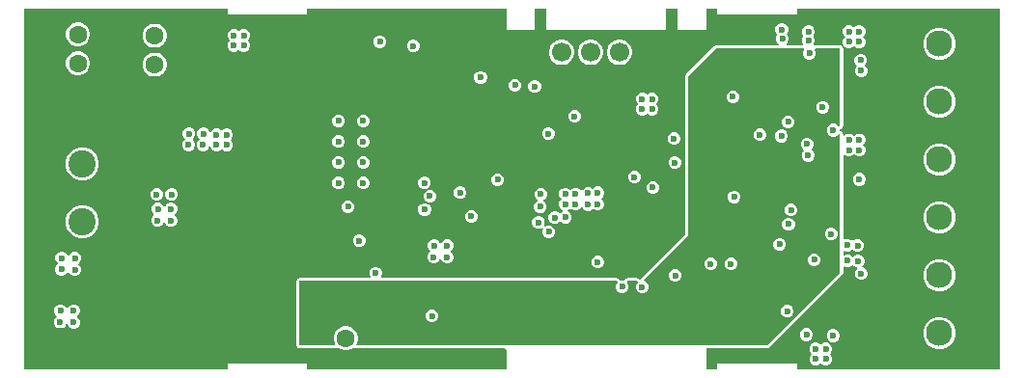
<source format=gbr>
%TF.GenerationSoftware,Altium Limited,Altium Designer,22.5.1 (42)*%
G04 Layer_Physical_Order=2*
G04 Layer_Color=16040612*
%FSLAX45Y45*%
%MOMM*%
%TF.SameCoordinates,F63A7803-94E7-494B-9888-F8709FA5C5B4*%
%TF.FilePolarity,Positive*%
%TF.FileFunction,Copper,L2,Inr,Signal*%
%TF.Part,Single*%
G01*
G75*
%TA.AperFunction,ComponentPad*%
%ADD33R,1.70000X1.70000*%
%ADD34C,1.70000*%
%ADD35C,2.40000*%
%ADD36C,1.60000*%
%ADD37C,2.30000*%
%TA.AperFunction,ViaPad*%
%ADD38C,0.60000*%
G36*
X8560000Y0D02*
X6780000D01*
Y50000D01*
X6080000D01*
Y0D01*
X5980000D01*
X5980000Y179999D01*
X5992616Y180203D01*
X6514001Y180204D01*
X6523912Y182175D01*
X6532313Y187789D01*
X7174012Y829487D01*
X7179625Y837889D01*
X7181597Y847799D01*
Y895562D01*
X7194297Y901845D01*
X7210580Y895100D01*
X7232620D01*
X7252981Y903534D01*
X7265009Y915562D01*
X7266734Y915218D01*
X7282318Y899634D01*
X7300729Y892008D01*
X7303911Y884318D01*
X7304953Y878500D01*
X7293735Y867282D01*
X7285301Y846921D01*
Y824881D01*
X7293735Y804519D01*
X7309319Y788935D01*
X7329681Y780501D01*
X7351720D01*
X7372082Y788935D01*
X7387666Y804519D01*
X7396101Y824881D01*
Y846921D01*
X7387666Y867282D01*
X7372082Y882867D01*
X7353672Y890493D01*
X7350489Y898183D01*
X7349448Y904001D01*
X7360666Y915219D01*
X7369100Y935580D01*
Y957620D01*
X7360666Y977982D01*
X7345081Y993566D01*
X7324720Y1002000D01*
X7302680D01*
X7282318Y993566D01*
X7270291Y981539D01*
X7268566Y981882D01*
X7252981Y997466D01*
X7232620Y1005900D01*
X7210580D01*
X7194297Y999155D01*
X7181597Y1005438D01*
Y1031362D01*
X7194297Y1039051D01*
X7208180Y1033300D01*
X7230220D01*
X7250581Y1041734D01*
X7254476Y1045629D01*
X7272118Y1045310D01*
X7279493Y1037934D01*
X7299855Y1029500D01*
X7321894D01*
X7342256Y1037934D01*
X7357841Y1053519D01*
X7366275Y1073880D01*
Y1095920D01*
X7357841Y1116281D01*
X7342256Y1131866D01*
X7321894Y1140300D01*
X7299855D01*
X7279493Y1131866D01*
X7275598Y1127971D01*
X7257957Y1128290D01*
X7250581Y1135666D01*
X7230220Y1144100D01*
X7208180D01*
X7194297Y1138349D01*
X7181597Y1146038D01*
X7181598Y1879602D01*
X7194298Y1884862D01*
X7203193Y1875966D01*
X7223555Y1867532D01*
X7245595D01*
X7265956Y1875966D01*
X7279025Y1889035D01*
X7292093Y1875966D01*
X7312455Y1867532D01*
X7334495D01*
X7354856Y1875966D01*
X7370441Y1891551D01*
X7378875Y1911912D01*
Y1933952D01*
X7370441Y1954314D01*
X7357372Y1967382D01*
X7370441Y1980451D01*
X7378875Y2000812D01*
Y2022852D01*
X7370441Y2043214D01*
X7354856Y2058798D01*
X7334495Y2067232D01*
X7312455D01*
X7292093Y2058798D01*
X7279025Y2045730D01*
X7265957Y2058798D01*
X7245595Y2067232D01*
X7223555D01*
X7203194Y2058798D01*
X7194298Y2049902D01*
X7181598Y2055163D01*
Y2062008D01*
X7181285Y2063581D01*
X7181402Y2065182D01*
X7180307Y2068496D01*
X7179626Y2071919D01*
X7178735Y2073253D01*
X7178231Y2074776D01*
X7175951Y2077419D01*
X7174012Y2080320D01*
X7172678Y2081212D01*
X7171630Y2082427D01*
X7168512Y2083996D01*
X7165611Y2085934D01*
X7164037Y2086247D01*
X7162603Y2086969D01*
X7151888Y2089932D01*
X7151801Y2089939D01*
Y2103663D01*
X7151887Y2103669D01*
X7162603Y2106633D01*
X7164036Y2107354D01*
X7165611Y2107667D01*
X7168513Y2109606D01*
X7171629Y2111174D01*
X7172678Y2112389D01*
X7174012Y2113281D01*
X7175952Y2116183D01*
X7178231Y2118824D01*
X7178734Y2120348D01*
X7179626Y2121683D01*
X7180307Y2125105D01*
X7181402Y2128418D01*
X7181284Y2130019D01*
X7181598Y2131593D01*
X7181598Y2814901D01*
X7179627Y2824811D01*
X7174013Y2833213D01*
X7165611Y2838827D01*
X7155700Y2840798D01*
X6937840D01*
X6931806Y2839598D01*
X6925550Y2851303D01*
X6925867Y2851619D01*
X6934301Y2871981D01*
Y2894021D01*
X6925867Y2914382D01*
X6918998Y2921251D01*
X6926666Y2928918D01*
X6935100Y2949280D01*
Y2971320D01*
X6926666Y2991681D01*
X6911081Y3007266D01*
X6890720Y3015700D01*
X6868680D01*
X6848319Y3007266D01*
X6832734Y2991681D01*
X6824300Y2971320D01*
Y2949280D01*
X6832734Y2928918D01*
X6839603Y2922050D01*
X6831935Y2914382D01*
X6823501Y2894021D01*
Y2871981D01*
X6831156Y2853498D01*
X6828179Y2845928D01*
X6824795Y2840798D01*
X6685146D01*
X6682289Y2852025D01*
X6682246Y2853498D01*
X6697566Y2868818D01*
X6706000Y2889180D01*
Y2911220D01*
X6697566Y2931581D01*
X6685747Y2943400D01*
X6690766Y2948419D01*
X6699200Y2968780D01*
Y2990820D01*
X6690766Y3011181D01*
X6675181Y3026766D01*
X6654820Y3035200D01*
X6632780D01*
X6612419Y3026766D01*
X6596834Y3011181D01*
X6588400Y2990820D01*
Y2968780D01*
X6596834Y2948419D01*
X6608653Y2936600D01*
X6603634Y2931581D01*
X6595200Y2911220D01*
Y2889180D01*
X6603634Y2868818D01*
X6618954Y2853498D01*
X6618911Y2852025D01*
X6616054Y2840798D01*
X6065900D01*
X6055990Y2838827D01*
X6047588Y2833213D01*
X5807572Y2593197D01*
X5801958Y2584795D01*
X5799987Y2574885D01*
X5799987Y1383175D01*
X5798100Y1378620D01*
Y1356580D01*
X5799987Y1352025D01*
Y1186012D01*
X5418492Y804517D01*
X5417075Y802396D01*
X5415271Y800593D01*
X5414295Y798236D01*
X5412878Y796115D01*
X5412381Y793613D01*
X5411404Y791257D01*
Y788706D01*
X5410907Y786205D01*
X5398619Y782912D01*
X5393005Y791313D01*
X5384603Y796927D01*
X5374693Y798898D01*
X5290307D01*
X5280396Y796927D01*
X5271995Y791313D01*
X5266381Y782912D01*
X5262997Y774744D01*
X5255620Y777800D01*
X5233580D01*
X5226202Y774744D01*
X5222819Y782912D01*
X5217205Y791313D01*
X5208803Y796927D01*
X5198893Y798898D01*
X3131839D01*
X3126979Y810632D01*
X3127166Y810819D01*
X3135600Y831180D01*
Y853220D01*
X3127166Y873581D01*
X3111582Y889166D01*
X3091220Y897600D01*
X3069180D01*
X3048819Y889166D01*
X3033234Y873581D01*
X3024800Y853220D01*
Y831180D01*
X3033234Y810819D01*
X3033421Y810632D01*
X3028561Y798898D01*
X2414500D01*
X2404589Y796927D01*
X2396187Y791313D01*
X2390573Y782911D01*
X2388602Y773001D01*
X2388603Y206100D01*
X2390575Y196189D01*
X2396189Y187788D01*
X2404590Y182174D01*
X2414501Y180202D01*
X2721004D01*
X2724326Y180863D01*
X2727707Y181085D01*
X2729239Y181840D01*
X2730914Y182174D01*
X2733731Y184056D01*
X2736769Y185554D01*
X2742305Y187627D01*
X2750502Y187187D01*
X2753433Y186111D01*
X2753683Y185860D01*
X2777718Y171984D01*
X2804524Y164801D01*
X2832277D01*
X2859083Y171984D01*
X2883118Y185860D01*
X2883368Y186111D01*
X2886301Y187188D01*
X2894493Y187627D01*
X2900032Y185554D01*
X2903071Y184056D01*
X2905887Y182174D01*
X2907562Y181841D01*
X2909095Y181085D01*
X2912475Y180863D01*
X2915797Y180203D01*
X4217384Y180203D01*
X4230000Y167503D01*
Y0D01*
X2480000D01*
Y50000D01*
X1780000D01*
Y0D01*
X0D01*
Y3160000D01*
X1780000D01*
Y3109999D01*
X2480000D01*
Y3160000D01*
X4230000D01*
Y2980000D01*
X4480000D01*
Y3160000D01*
X4580000D01*
Y2980000D01*
X5630000D01*
Y3160000D01*
X5730000D01*
Y2980000D01*
X5980000D01*
Y3160000D01*
X6080000D01*
Y3109999D01*
X6780000D01*
Y3160000D01*
X8560000D01*
Y0D01*
D02*
G37*
G36*
X7155700Y2131593D02*
X7144984Y2128630D01*
X7143000Y2128549D01*
X7127782Y2143767D01*
X7107420Y2152201D01*
X7085381D01*
X7065019Y2143767D01*
X7049435Y2128182D01*
X7041001Y2107821D01*
Y2085781D01*
X7049435Y2065419D01*
X7065019Y2049835D01*
X7085381Y2041401D01*
X7107420D01*
X7127782Y2049835D01*
X7143000Y2065053D01*
X7144984Y2064972D01*
X7155700Y2062008D01*
X7155699Y847799D01*
X6514001Y206101D01*
X2915797Y206100D01*
X2909447Y217099D01*
X2916617Y229518D01*
X2923800Y256325D01*
Y284077D01*
X2916617Y310884D01*
X2902741Y334918D01*
X2883118Y354542D01*
X2859083Y368418D01*
X2832277Y375601D01*
X2804524D01*
X2777718Y368418D01*
X2753683Y354542D01*
X2734060Y334918D01*
X2720184Y310884D01*
X2713001Y284077D01*
Y256325D01*
X2720184Y229518D01*
X2727354Y217099D01*
X2721004Y206100D01*
X2414501D01*
X2414500Y773001D01*
X5198893D01*
X5204153Y760301D01*
X5197634Y753781D01*
X5189200Y733420D01*
Y711380D01*
X5197634Y691018D01*
X5213218Y675434D01*
X5233580Y667000D01*
X5255620D01*
X5275981Y675434D01*
X5291566Y691018D01*
X5300000Y711380D01*
Y733420D01*
X5291566Y753781D01*
X5285046Y760301D01*
X5290307Y773001D01*
X5374693D01*
X5379953Y760301D01*
X5371234Y751581D01*
X5362800Y731220D01*
Y709180D01*
X5371234Y688819D01*
X5386819Y673234D01*
X5407180Y664800D01*
X5429220D01*
X5449581Y673234D01*
X5465166Y688819D01*
X5473600Y709180D01*
Y731220D01*
X5465166Y751581D01*
X5449581Y767166D01*
X5439784Y771224D01*
X5436804Y786205D01*
X5825884Y1175285D01*
X5825884Y2574885D01*
X6065900Y2814901D01*
X6836360D01*
X6841220Y2803168D01*
X6840134Y2802082D01*
X6831700Y2781720D01*
Y2759680D01*
X6840134Y2739319D01*
X6855719Y2723734D01*
X6876080Y2715300D01*
X6898120D01*
X6918481Y2723734D01*
X6934066Y2739319D01*
X6942500Y2759680D01*
Y2781720D01*
X6934066Y2802082D01*
X6932980Y2803168D01*
X6937840Y2814901D01*
X7155700D01*
X7155700Y2131593D01*
D02*
G37*
%LPC*%
G36*
X7333795Y3017932D02*
X7311755D01*
X7291393Y3009498D01*
X7278325Y2996429D01*
X7265256Y3009498D01*
X7244895Y3017932D01*
X7222855D01*
X7202494Y3009498D01*
X7186909Y2993913D01*
X7178475Y2973552D01*
Y2951512D01*
X7186909Y2931151D01*
X7199977Y2918082D01*
X7186909Y2905013D01*
X7178475Y2884652D01*
Y2862612D01*
X7186909Y2842251D01*
X7202493Y2826666D01*
X7222855Y2818232D01*
X7244895D01*
X7265256Y2826666D01*
X7278325Y2839735D01*
X7291393Y2826666D01*
X7311755Y2818232D01*
X7333795D01*
X7354156Y2826666D01*
X7369741Y2842251D01*
X7378175Y2862612D01*
Y2884652D01*
X7369741Y2905013D01*
X7356672Y2918082D01*
X7369741Y2931151D01*
X7378175Y2951512D01*
Y2973552D01*
X7369741Y2993913D01*
X7354156Y3009498D01*
X7333795Y3017932D01*
D02*
G37*
G36*
X1936794Y2985332D02*
X1914755D01*
X1894393Y2976898D01*
X1881325Y2963829D01*
X1868256Y2976898D01*
X1847895Y2985332D01*
X1825855D01*
X1805493Y2976898D01*
X1789909Y2961314D01*
X1781475Y2940952D01*
Y2918912D01*
X1789909Y2898551D01*
X1802977Y2885482D01*
X1789909Y2872414D01*
X1781475Y2852052D01*
Y2830012D01*
X1789909Y2809651D01*
X1805493Y2794066D01*
X1825855Y2785632D01*
X1847894D01*
X1868256Y2794066D01*
X1881325Y2807135D01*
X1894393Y2794066D01*
X1914755Y2785632D01*
X1936794D01*
X1957156Y2794066D01*
X1972741Y2809651D01*
X1981175Y2830012D01*
Y2852052D01*
X1972741Y2872414D01*
X1959672Y2885482D01*
X1972741Y2898551D01*
X1981175Y2918912D01*
Y2940952D01*
X1972741Y2961314D01*
X1957156Y2976898D01*
X1936794Y2985332D01*
D02*
G37*
G36*
X483817Y3043800D02*
X456064D01*
X429257Y3036617D01*
X405223Y3022741D01*
X385599Y3003118D01*
X371723Y2979083D01*
X364541Y2952277D01*
Y2924524D01*
X371723Y2897718D01*
X385599Y2873683D01*
X405223Y2854060D01*
X429257Y2840184D01*
X456064Y2833001D01*
X483817D01*
X510623Y2840184D01*
X534658Y2854060D01*
X554281Y2873683D01*
X568157Y2897718D01*
X575340Y2924524D01*
Y2952277D01*
X568157Y2979083D01*
X554281Y3003118D01*
X534658Y3022741D01*
X510623Y3036617D01*
X483817Y3043800D01*
D02*
G37*
G36*
X1156116Y3031800D02*
X1128364D01*
X1101557Y3024617D01*
X1077523Y3010741D01*
X1057899Y2991117D01*
X1044023Y2967083D01*
X1036840Y2940277D01*
Y2912524D01*
X1044023Y2885717D01*
X1057899Y2861683D01*
X1077523Y2842059D01*
X1101557Y2828183D01*
X1128364Y2821000D01*
X1156116D01*
X1182923Y2828183D01*
X1206957Y2842059D01*
X1226581Y2861683D01*
X1240457Y2885717D01*
X1247640Y2912524D01*
Y2940277D01*
X1240457Y2967083D01*
X1226581Y2991117D01*
X1206957Y3010741D01*
X1182923Y3024617D01*
X1156116Y3031800D01*
D02*
G37*
G36*
X3130720Y2929501D02*
X3108681D01*
X3088319Y2921067D01*
X3072735Y2905482D01*
X3064301Y2885120D01*
Y2863081D01*
X3072735Y2842719D01*
X3088319Y2827135D01*
X3108681Y2818701D01*
X3130720D01*
X3151082Y2827135D01*
X3166667Y2842719D01*
X3175101Y2863081D01*
Y2885120D01*
X3166667Y2905482D01*
X3151082Y2921067D01*
X3130720Y2929501D01*
D02*
G37*
G36*
X3421720Y2892800D02*
X3399680D01*
X3379319Y2884366D01*
X3363734Y2868782D01*
X3355300Y2848420D01*
Y2826380D01*
X3363734Y2806019D01*
X3379319Y2790434D01*
X3399680Y2782000D01*
X3421720D01*
X3442082Y2790434D01*
X3457666Y2806019D01*
X3466100Y2826380D01*
Y2848420D01*
X3457666Y2868782D01*
X3442082Y2884366D01*
X3421720Y2892800D01*
D02*
G37*
G36*
X8044985Y2995601D02*
X8008016D01*
X7972308Y2986033D01*
X7940293Y2967549D01*
X7914153Y2941408D01*
X7895669Y2909393D01*
X7886101Y2873685D01*
Y2836717D01*
X7895669Y2801008D01*
X7914153Y2768993D01*
X7940293Y2742853D01*
X7972308Y2724369D01*
X8008016Y2714801D01*
X8044985D01*
X8080693Y2724369D01*
X8112708Y2742853D01*
X8138848Y2768993D01*
X8157332Y2801008D01*
X8166900Y2836717D01*
Y2873685D01*
X8157332Y2909393D01*
X8138848Y2941408D01*
X8112708Y2967549D01*
X8080693Y2986033D01*
X8044985Y2995601D01*
D02*
G37*
G36*
X5234335Y2889401D02*
X5205266D01*
X5177188Y2881877D01*
X5152013Y2867343D01*
X5131459Y2846788D01*
X5116924Y2821614D01*
X5109401Y2793535D01*
Y2764466D01*
X5116924Y2736388D01*
X5131459Y2711214D01*
X5152013Y2690659D01*
X5177188Y2676124D01*
X5205266Y2668601D01*
X5234335D01*
X5262413Y2676124D01*
X5287588Y2690659D01*
X5308143Y2711214D01*
X5322677Y2736388D01*
X5330200Y2764466D01*
Y2793535D01*
X5322677Y2821614D01*
X5308143Y2846788D01*
X5287588Y2867343D01*
X5262413Y2881877D01*
X5234335Y2889401D01*
D02*
G37*
G36*
X4980335D02*
X4951266D01*
X4923188Y2881877D01*
X4898013Y2867343D01*
X4877459Y2846788D01*
X4862924Y2821614D01*
X4855401Y2793535D01*
Y2764466D01*
X4862924Y2736388D01*
X4877459Y2711214D01*
X4898013Y2690659D01*
X4923188Y2676124D01*
X4951266Y2668601D01*
X4980335D01*
X5008413Y2676124D01*
X5033588Y2690659D01*
X5054143Y2711214D01*
X5068677Y2736388D01*
X5076200Y2764466D01*
Y2793535D01*
X5068677Y2821614D01*
X5054143Y2846788D01*
X5033588Y2867343D01*
X5008413Y2881877D01*
X4980335Y2889401D01*
D02*
G37*
G36*
X4726335D02*
X4697266D01*
X4669188Y2881877D01*
X4644013Y2867343D01*
X4623459Y2846788D01*
X4608924Y2821614D01*
X4601401Y2793535D01*
Y2764466D01*
X4608924Y2736388D01*
X4623459Y2711214D01*
X4644013Y2690659D01*
X4669188Y2676124D01*
X4697266Y2668601D01*
X4726335D01*
X4754413Y2676124D01*
X4779588Y2690659D01*
X4800143Y2711214D01*
X4814677Y2736388D01*
X4822200Y2764466D01*
Y2793535D01*
X4814677Y2821614D01*
X4800143Y2846788D01*
X4779588Y2867343D01*
X4754413Y2881877D01*
X4726335Y2889401D01*
D02*
G37*
G36*
X483817Y2789800D02*
X456064D01*
X429258Y2782617D01*
X405223Y2768741D01*
X385600Y2749117D01*
X371724Y2725083D01*
X364541Y2698277D01*
Y2670524D01*
X371724Y2643717D01*
X385600Y2619683D01*
X405223Y2600059D01*
X429258Y2586183D01*
X456064Y2579000D01*
X483817D01*
X510624Y2586183D01*
X534658Y2600059D01*
X554282Y2619683D01*
X568158Y2643717D01*
X575340Y2670524D01*
Y2698277D01*
X568158Y2725083D01*
X554282Y2749117D01*
X534658Y2768741D01*
X510624Y2782617D01*
X483817Y2789800D01*
D02*
G37*
G36*
X1156117Y2777800D02*
X1128364D01*
X1101558Y2770617D01*
X1077523Y2756741D01*
X1057900Y2737117D01*
X1044024Y2713083D01*
X1036841Y2686277D01*
Y2658524D01*
X1044024Y2631717D01*
X1057900Y2607683D01*
X1077523Y2588059D01*
X1101558Y2574183D01*
X1128364Y2567000D01*
X1156117D01*
X1182923Y2574183D01*
X1206958Y2588059D01*
X1226581Y2607683D01*
X1240458Y2631717D01*
X1247640Y2658524D01*
Y2686277D01*
X1240458Y2713083D01*
X1226581Y2737117D01*
X1206958Y2756741D01*
X1182923Y2770617D01*
X1156117Y2777800D01*
D02*
G37*
G36*
X7348020Y2766800D02*
X7325980D01*
X7305619Y2758366D01*
X7290034Y2742781D01*
X7281600Y2722420D01*
Y2700380D01*
X7290034Y2680019D01*
X7305618Y2664434D01*
X7306207Y2661477D01*
X7293712Y2648982D01*
X7285278Y2628621D01*
Y2606581D01*
X7293712Y2586219D01*
X7309296Y2570635D01*
X7329658Y2562201D01*
X7351697D01*
X7372059Y2570635D01*
X7387643Y2586219D01*
X7396077Y2606581D01*
Y2628621D01*
X7387643Y2648982D01*
X7372059Y2664566D01*
X7371471Y2667523D01*
X7383966Y2680019D01*
X7392400Y2700380D01*
Y2722420D01*
X7383966Y2742781D01*
X7368382Y2758366D01*
X7348020Y2766800D01*
D02*
G37*
G36*
X4013420Y2617200D02*
X3991380D01*
X3971018Y2608766D01*
X3955434Y2593182D01*
X3947000Y2572820D01*
Y2550780D01*
X3955434Y2530419D01*
X3971018Y2514834D01*
X3991380Y2506400D01*
X4013420D01*
X4033781Y2514834D01*
X4049366Y2530419D01*
X4057800Y2550780D01*
Y2572820D01*
X4049366Y2593182D01*
X4033781Y2608766D01*
X4013420Y2617200D01*
D02*
G37*
G36*
X4316120Y2547000D02*
X4294080D01*
X4273719Y2538566D01*
X4258134Y2522981D01*
X4249700Y2502620D01*
Y2480580D01*
X4258134Y2460219D01*
X4273719Y2444634D01*
X4294080Y2436200D01*
X4316120D01*
X4336482Y2444634D01*
X4352066Y2460219D01*
X4360500Y2480580D01*
Y2502620D01*
X4352066Y2522981D01*
X4336482Y2538566D01*
X4316120Y2547000D01*
D02*
G37*
G36*
X4487720Y2537400D02*
X4465680D01*
X4445319Y2528966D01*
X4429734Y2513382D01*
X4421300Y2493020D01*
Y2470980D01*
X4429734Y2450619D01*
X4445319Y2435034D01*
X4465680Y2426600D01*
X4487720D01*
X4508081Y2435034D01*
X4523666Y2450619D01*
X4532100Y2470980D01*
Y2493020D01*
X4523666Y2513382D01*
X4508081Y2528966D01*
X4487720Y2537400D01*
D02*
G37*
G36*
X5518395Y2427432D02*
X5496355D01*
X5475993Y2418998D01*
X5462925Y2405930D01*
X5449857Y2418998D01*
X5429495Y2427432D01*
X5407455D01*
X5387094Y2418998D01*
X5371509Y2403414D01*
X5363075Y2383052D01*
Y2361012D01*
X5371509Y2340651D01*
X5384577Y2327582D01*
X5371509Y2314514D01*
X5363075Y2294152D01*
Y2272112D01*
X5371509Y2251751D01*
X5387093Y2236166D01*
X5407455Y2227732D01*
X5429495D01*
X5449856Y2236166D01*
X5462925Y2249235D01*
X5475993Y2236166D01*
X5496355Y2227732D01*
X5518395D01*
X5538756Y2236166D01*
X5554341Y2251751D01*
X5562775Y2272112D01*
Y2294152D01*
X5554341Y2314514D01*
X5541272Y2327582D01*
X5554341Y2340651D01*
X5562775Y2361012D01*
Y2383052D01*
X5554341Y2403414D01*
X5538756Y2418998D01*
X5518395Y2427432D01*
D02*
G37*
G36*
X8044985Y2487601D02*
X8008016D01*
X7972308Y2478033D01*
X7940293Y2459549D01*
X7914153Y2433408D01*
X7895669Y2401393D01*
X7886101Y2365685D01*
Y2328717D01*
X7895669Y2293008D01*
X7914153Y2260993D01*
X7940293Y2234853D01*
X7972308Y2216369D01*
X8008016Y2206801D01*
X8044985D01*
X8080693Y2216369D01*
X8112708Y2234853D01*
X8138848Y2260993D01*
X8157332Y2293008D01*
X8166900Y2328717D01*
Y2365685D01*
X8157332Y2401393D01*
X8138848Y2433408D01*
X8112708Y2459549D01*
X8080693Y2478033D01*
X8044985Y2487601D01*
D02*
G37*
G36*
X4836720Y2274400D02*
X4814680D01*
X4794319Y2265966D01*
X4778734Y2250381D01*
X4770300Y2230020D01*
Y2207980D01*
X4778734Y2187618D01*
X4794319Y2172034D01*
X4814680Y2163600D01*
X4836720D01*
X4857081Y2172034D01*
X4872666Y2187618D01*
X4881100Y2207980D01*
Y2230020D01*
X4872666Y2250381D01*
X4857081Y2265966D01*
X4836720Y2274400D01*
D02*
G37*
G36*
X2982920Y2233267D02*
X2960881D01*
X2940519Y2224833D01*
X2924935Y2209249D01*
X2916501Y2188887D01*
Y2166847D01*
X2924935Y2146486D01*
X2940519Y2130901D01*
X2960881Y2122467D01*
X2982920D01*
X3003282Y2130901D01*
X3018866Y2146486D01*
X3027301Y2166847D01*
Y2188887D01*
X3018866Y2209249D01*
X3003282Y2224833D01*
X2982920Y2233267D01*
D02*
G37*
G36*
X2767020D02*
X2744981D01*
X2724619Y2224833D01*
X2709035Y2209249D01*
X2700601Y2188887D01*
Y2166847D01*
X2709035Y2146486D01*
X2724619Y2130901D01*
X2744981Y2122467D01*
X2767020D01*
X2787382Y2130901D01*
X2802966Y2146486D01*
X2811401Y2166847D01*
Y2188887D01*
X2802966Y2209249D01*
X2787382Y2224833D01*
X2767020Y2233267D01*
D02*
G37*
G36*
X4607620Y2120300D02*
X4585580D01*
X4565218Y2111866D01*
X4549634Y2096282D01*
X4541200Y2075920D01*
Y2053880D01*
X4549634Y2033519D01*
X4565218Y2017934D01*
X4585580Y2009500D01*
X4607620D01*
X4627981Y2017934D01*
X4643566Y2033519D01*
X4652000Y2053880D01*
Y2075920D01*
X4643566Y2096282D01*
X4627981Y2111866D01*
X4607620Y2120300D01*
D02*
G37*
G36*
X5709720Y2077100D02*
X5687680D01*
X5667319Y2068666D01*
X5651734Y2053081D01*
X5643300Y2032720D01*
Y2010680D01*
X5651734Y1990319D01*
X5667319Y1974734D01*
X5687680Y1966300D01*
X5709720D01*
X5730082Y1974734D01*
X5745666Y1990319D01*
X5754100Y2010680D01*
Y2032720D01*
X5745666Y2053081D01*
X5730082Y2068666D01*
X5709720Y2077100D01*
D02*
G37*
G36*
X2982920Y2051234D02*
X2960881D01*
X2940519Y2042800D01*
X2924935Y2027215D01*
X2916501Y2006854D01*
Y1984814D01*
X2924935Y1964453D01*
X2940519Y1948868D01*
X2960881Y1940434D01*
X2982920D01*
X3003282Y1948868D01*
X3018866Y1964453D01*
X3027301Y1984814D01*
Y2006854D01*
X3018866Y2027215D01*
X3003282Y2042800D01*
X2982920Y2051234D01*
D02*
G37*
G36*
X2767020D02*
X2744981D01*
X2724619Y2042800D01*
X2709035Y2027215D01*
X2700601Y2006854D01*
Y1984814D01*
X2709035Y1964453D01*
X2724619Y1948868D01*
X2744981Y1940434D01*
X2767020D01*
X2787382Y1948868D01*
X2802966Y1964453D01*
X2811401Y1984814D01*
Y2006854D01*
X2802966Y2027215D01*
X2787382Y2042800D01*
X2767020Y2051234D01*
D02*
G37*
G36*
X1454820Y2120201D02*
X1432781D01*
X1412419Y2111767D01*
X1396835Y2096182D01*
X1388401Y2075821D01*
Y2053781D01*
X1396835Y2033419D01*
X1403257Y2026997D01*
X1408419Y2015567D01*
X1403257Y2010404D01*
X1392835Y1999982D01*
X1384401Y1979621D01*
Y1957581D01*
X1392835Y1937219D01*
X1408419Y1921635D01*
X1428781Y1913201D01*
X1450820D01*
X1471182Y1921635D01*
X1486766Y1937219D01*
X1495200Y1957581D01*
Y1979621D01*
X1486766Y1999982D01*
X1480345Y2006404D01*
X1475182Y2017835D01*
X1480345Y2022997D01*
X1490766Y2033419D01*
X1499200Y2053781D01*
Y2075821D01*
X1490766Y2096182D01*
X1475182Y2111767D01*
X1454820Y2120201D01*
D02*
G37*
G36*
X1581820D02*
X1559781D01*
X1539419Y2111767D01*
X1523835Y2096182D01*
X1515401Y2075821D01*
Y2053781D01*
X1523835Y2033419D01*
X1530257Y2026997D01*
X1535419Y2015567D01*
X1530257Y2010404D01*
X1519835Y1999982D01*
X1511401Y1979621D01*
Y1957581D01*
X1519835Y1937219D01*
X1535419Y1921635D01*
X1555781Y1913201D01*
X1577820D01*
X1598182Y1921635D01*
X1613766Y1937219D01*
X1618739Y1949226D01*
X1632486D01*
X1638109Y1935651D01*
X1653693Y1920066D01*
X1674055Y1911632D01*
X1696095D01*
X1716456Y1920066D01*
X1729525Y1933135D01*
X1742593Y1920066D01*
X1762955Y1911632D01*
X1784995D01*
X1805356Y1920066D01*
X1820941Y1935651D01*
X1829375Y1956012D01*
Y1978052D01*
X1820941Y1998414D01*
X1807872Y2011482D01*
X1820941Y2024551D01*
X1829375Y2044912D01*
Y2066952D01*
X1820941Y2087314D01*
X1805356Y2102898D01*
X1784995Y2111332D01*
X1762955D01*
X1742593Y2102898D01*
X1729525Y2089830D01*
X1716457Y2102898D01*
X1696095Y2111332D01*
X1674055D01*
X1653694Y2102898D01*
X1638109Y2087314D01*
X1636648Y2083786D01*
X1622901D01*
X1617766Y2096182D01*
X1602182Y2111767D01*
X1581820Y2120201D01*
D02*
G37*
G36*
X2982920Y1869201D02*
X2960881D01*
X2940519Y1860767D01*
X2924935Y1845182D01*
X2916501Y1824821D01*
Y1802781D01*
X2924935Y1782419D01*
X2940519Y1766835D01*
X2960881Y1758401D01*
X2982920D01*
X3003282Y1766835D01*
X3018866Y1782419D01*
X3027301Y1802781D01*
Y1824821D01*
X3018866Y1845182D01*
X3003282Y1860767D01*
X2982920Y1869201D01*
D02*
G37*
G36*
X2767020D02*
X2744981D01*
X2724619Y1860767D01*
X2709035Y1845182D01*
X2700601Y1824821D01*
Y1802781D01*
X2709035Y1782419D01*
X2724619Y1766835D01*
X2744981Y1758401D01*
X2767020D01*
X2787382Y1766835D01*
X2802966Y1782419D01*
X2811401Y1802781D01*
Y1824821D01*
X2802966Y1845182D01*
X2787382Y1860767D01*
X2767020Y1869201D01*
D02*
G37*
G36*
X5715820Y1867600D02*
X5693780D01*
X5673418Y1859166D01*
X5657834Y1843582D01*
X5649400Y1823220D01*
Y1801180D01*
X5657834Y1780819D01*
X5673418Y1765234D01*
X5693780Y1756800D01*
X5715820D01*
X5736181Y1765234D01*
X5751766Y1780819D01*
X5760200Y1801180D01*
Y1823220D01*
X5751766Y1843582D01*
X5736181Y1859166D01*
X5715820Y1867600D01*
D02*
G37*
G36*
X8044985Y1979601D02*
X8008016D01*
X7972308Y1970033D01*
X7940293Y1951549D01*
X7914153Y1925408D01*
X7895669Y1893393D01*
X7886101Y1857685D01*
Y1820717D01*
X7895669Y1785008D01*
X7914153Y1752993D01*
X7940293Y1726853D01*
X7972308Y1708369D01*
X8008016Y1698801D01*
X8044985D01*
X8080693Y1708369D01*
X8112708Y1726853D01*
X8138848Y1752993D01*
X8157332Y1785008D01*
X8166900Y1820717D01*
Y1857685D01*
X8157332Y1893393D01*
X8138848Y1925408D01*
X8112708Y1951549D01*
X8080693Y1970033D01*
X8044985Y1979601D01*
D02*
G37*
G36*
X527243Y1946501D02*
X488958D01*
X451978Y1936592D01*
X418823Y1917450D01*
X391752Y1890378D01*
X372609Y1857223D01*
X362701Y1820243D01*
Y1781959D01*
X372609Y1744978D01*
X391752Y1711823D01*
X418823Y1684752D01*
X451978Y1665610D01*
X488958Y1655701D01*
X527243D01*
X564223Y1665610D01*
X597378Y1684752D01*
X624449Y1711823D01*
X643592Y1744978D01*
X653500Y1781959D01*
Y1820243D01*
X643592Y1857223D01*
X624449Y1890378D01*
X597378Y1917450D01*
X564223Y1936592D01*
X527243Y1946501D01*
D02*
G37*
G36*
X5362120Y1740000D02*
X5340080D01*
X5319719Y1731566D01*
X5304134Y1715981D01*
X5295700Y1695620D01*
Y1673580D01*
X5304134Y1653218D01*
X5319719Y1637634D01*
X5340080Y1629200D01*
X5362120D01*
X5382481Y1637634D01*
X5398066Y1653218D01*
X5406500Y1673580D01*
Y1695620D01*
X5398066Y1715981D01*
X5382481Y1731566D01*
X5362120Y1740000D01*
D02*
G37*
G36*
X7335020Y1720501D02*
X7312981D01*
X7292619Y1712067D01*
X7277035Y1696482D01*
X7268601Y1676121D01*
Y1654081D01*
X7277035Y1633719D01*
X7292619Y1618135D01*
X7312981Y1609701D01*
X7335020D01*
X7355382Y1618135D01*
X7370966Y1633719D01*
X7379401Y1654081D01*
Y1676121D01*
X7370966Y1696482D01*
X7355382Y1712067D01*
X7335020Y1720501D01*
D02*
G37*
G36*
X4163720Y1717300D02*
X4141680D01*
X4121319Y1708866D01*
X4105734Y1693281D01*
X4097300Y1672920D01*
Y1650880D01*
X4105734Y1630518D01*
X4121319Y1614934D01*
X4141680Y1606500D01*
X4163720D01*
X4184082Y1614934D01*
X4199666Y1630518D01*
X4208100Y1650880D01*
Y1672920D01*
X4199666Y1693281D01*
X4184082Y1708866D01*
X4163720Y1717300D01*
D02*
G37*
G36*
X5040320Y1602501D02*
X5018281D01*
X4997919Y1594067D01*
X4986250Y1582397D01*
X4977081Y1591566D01*
X4956720Y1600000D01*
X4934680D01*
X4914319Y1591566D01*
X4898734Y1575981D01*
X4895635Y1568499D01*
X4881888D01*
X4881841Y1568614D01*
X4866256Y1584198D01*
X4845895Y1592632D01*
X4823855D01*
X4803493Y1584198D01*
X4790425Y1571130D01*
X4777356Y1584198D01*
X4756995Y1592632D01*
X4734955D01*
X4714594Y1584198D01*
X4699009Y1568614D01*
X4690575Y1548252D01*
Y1526212D01*
X4699009Y1505851D01*
X4712077Y1492782D01*
X4699009Y1479714D01*
X4690575Y1459352D01*
Y1437312D01*
X4699009Y1416951D01*
X4714593Y1401366D01*
X4725385Y1396896D01*
Y1383150D01*
X4714318Y1378566D01*
X4707470Y1371717D01*
X4689610Y1371616D01*
X4685148Y1376078D01*
X4664787Y1384512D01*
X4642747D01*
X4622385Y1376078D01*
X4606801Y1360494D01*
X4598367Y1340132D01*
Y1318092D01*
X4606801Y1297731D01*
X4622385Y1282146D01*
X4642747Y1273712D01*
X4664787D01*
X4685148Y1282146D01*
X4691997Y1288995D01*
X4709856Y1289096D01*
X4714318Y1284634D01*
X4734680Y1276200D01*
X4756720D01*
X4777081Y1284634D01*
X4792666Y1300219D01*
X4801100Y1320580D01*
Y1342620D01*
X4792666Y1362982D01*
X4777081Y1378566D01*
X4766290Y1383036D01*
Y1396782D01*
X4777356Y1401366D01*
X4790425Y1414435D01*
X4803493Y1401366D01*
X4823855Y1392932D01*
X4845895D01*
X4866256Y1401366D01*
X4881841Y1416951D01*
X4882538Y1418634D01*
X4896284D01*
X4898734Y1412719D01*
X4914319Y1397135D01*
X4934680Y1388701D01*
X4956720D01*
X4977081Y1397135D01*
X4988200Y1408254D01*
X4997919Y1398535D01*
X5018281Y1390101D01*
X5040320D01*
X5060682Y1398535D01*
X5076266Y1414119D01*
X5084701Y1434481D01*
Y1456521D01*
X5076266Y1476882D01*
X5064980Y1488169D01*
X5062059Y1496301D01*
X5064980Y1504433D01*
X5076266Y1515719D01*
X5084701Y1536081D01*
Y1558121D01*
X5076266Y1578482D01*
X5060682Y1594067D01*
X5040320Y1602501D01*
D02*
G37*
G36*
X3521120Y1689900D02*
X3499080D01*
X3478718Y1681466D01*
X3463134Y1665881D01*
X3454700Y1645520D01*
Y1623480D01*
X3463134Y1603118D01*
X3478718Y1587534D01*
X3499080Y1579100D01*
X3521120D01*
X3541481Y1587534D01*
X3557066Y1603118D01*
X3565500Y1623480D01*
Y1645520D01*
X3557066Y1665881D01*
X3541481Y1681466D01*
X3521120Y1689900D01*
D02*
G37*
G36*
X2982920Y1687168D02*
X2960881D01*
X2940519Y1678733D01*
X2924935Y1663149D01*
X2916501Y1642787D01*
Y1620748D01*
X2924935Y1600386D01*
X2940519Y1584802D01*
X2960881Y1576368D01*
X2982920D01*
X3003282Y1584802D01*
X3018866Y1600386D01*
X3027301Y1620748D01*
Y1642787D01*
X3018866Y1663149D01*
X3003282Y1678733D01*
X2982920Y1687168D01*
D02*
G37*
G36*
X2767020D02*
X2744981D01*
X2724619Y1678733D01*
X2709035Y1663149D01*
X2700601Y1642787D01*
Y1620748D01*
X2709035Y1600386D01*
X2724619Y1584802D01*
X2744981Y1576368D01*
X2767020D01*
X2787382Y1584802D01*
X2802966Y1600386D01*
X2811401Y1620748D01*
Y1642787D01*
X2802966Y1663149D01*
X2787382Y1678733D01*
X2767020Y1687168D01*
D02*
G37*
G36*
X5522720Y1650901D02*
X5500681D01*
X5480319Y1642467D01*
X5464735Y1626882D01*
X5456301Y1606521D01*
Y1584481D01*
X5464735Y1564119D01*
X5480319Y1548535D01*
X5500681Y1540101D01*
X5522720D01*
X5543082Y1548535D01*
X5558667Y1564119D01*
X5567101Y1584481D01*
Y1606521D01*
X5558667Y1626882D01*
X5543082Y1642467D01*
X5522720Y1650901D01*
D02*
G37*
G36*
X3834020Y1602800D02*
X3811980D01*
X3791619Y1594366D01*
X3776034Y1578781D01*
X3767600Y1558420D01*
Y1536380D01*
X3776034Y1516019D01*
X3791619Y1500434D01*
X3811980Y1492000D01*
X3834020D01*
X3854381Y1500434D01*
X3869966Y1516019D01*
X3878400Y1536380D01*
Y1558420D01*
X3869966Y1578781D01*
X3854381Y1594366D01*
X3834020Y1602800D01*
D02*
G37*
G36*
X1303139Y1588500D02*
X1281099D01*
X1260738Y1580066D01*
X1245153Y1564482D01*
X1236719Y1544120D01*
Y1522080D01*
X1245153Y1501719D01*
X1260738Y1486134D01*
X1281099Y1477700D01*
X1303139D01*
X1323501Y1486134D01*
X1339085Y1501719D01*
X1347519Y1522080D01*
Y1544120D01*
X1339085Y1564482D01*
X1323501Y1580066D01*
X1303139Y1588500D01*
D02*
G37*
G36*
X1170920D02*
X1148880D01*
X1128518Y1580066D01*
X1112934Y1564482D01*
X1104500Y1544120D01*
Y1522080D01*
X1112934Y1501719D01*
X1128518Y1486134D01*
X1148880Y1477700D01*
X1170920D01*
X1191281Y1486134D01*
X1206866Y1501719D01*
X1215300Y1522080D01*
Y1544120D01*
X1206866Y1564482D01*
X1191281Y1580066D01*
X1170920Y1588500D01*
D02*
G37*
G36*
X3567820Y1574700D02*
X3545780D01*
X3525419Y1566266D01*
X3509834Y1550681D01*
X3501400Y1530320D01*
Y1508280D01*
X3509834Y1487919D01*
X3525419Y1472334D01*
X3545780Y1463900D01*
X3567820D01*
X3588182Y1472334D01*
X3603766Y1487919D01*
X3612200Y1508280D01*
Y1530320D01*
X3603766Y1550681D01*
X3588182Y1566266D01*
X3567820Y1574700D01*
D02*
G37*
G36*
X1296420Y1460101D02*
X1274381D01*
X1254019Y1451667D01*
X1238435Y1436082D01*
X1235124Y1428089D01*
X1221377D01*
X1218066Y1436082D01*
X1202482Y1451667D01*
X1182120Y1460101D01*
X1160081D01*
X1139719Y1451667D01*
X1124135Y1436082D01*
X1115701Y1415721D01*
Y1393681D01*
X1124135Y1373320D01*
X1133230Y1364224D01*
X1135478Y1352219D01*
X1132506Y1348354D01*
X1120035Y1335882D01*
X1111601Y1315521D01*
Y1293481D01*
X1120035Y1273119D01*
X1135619Y1257535D01*
X1155981Y1249101D01*
X1178020D01*
X1198382Y1257535D01*
X1213966Y1273119D01*
X1218768Y1284711D01*
X1232514D01*
X1238434Y1270419D01*
X1254019Y1254834D01*
X1274380Y1246400D01*
X1296420D01*
X1316781Y1254834D01*
X1332366Y1270419D01*
X1340800Y1290780D01*
Y1312820D01*
X1332366Y1333181D01*
X1320160Y1345388D01*
X1318009Y1353251D01*
X1320160Y1361113D01*
X1332366Y1373320D01*
X1340800Y1393681D01*
Y1415721D01*
X1332366Y1436082D01*
X1316782Y1451667D01*
X1296420Y1460101D01*
D02*
G37*
G36*
X2849420Y1481600D02*
X2827380D01*
X2807019Y1473166D01*
X2791434Y1457582D01*
X2783000Y1437220D01*
Y1415180D01*
X2791434Y1394819D01*
X2807019Y1379234D01*
X2827380Y1370800D01*
X2849420D01*
X2869781Y1379234D01*
X2885366Y1394819D01*
X2893800Y1415180D01*
Y1437220D01*
X2885366Y1457582D01*
X2869781Y1473166D01*
X2849420Y1481600D01*
D02*
G37*
G36*
X4541720Y1590800D02*
X4519680D01*
X4499319Y1582366D01*
X4483734Y1566781D01*
X4475300Y1546420D01*
Y1524380D01*
X4483734Y1504019D01*
X4499319Y1488434D01*
X4499983Y1488159D01*
Y1474412D01*
X4494319Y1472066D01*
X4478734Y1456481D01*
X4470300Y1436120D01*
Y1414080D01*
X4478734Y1393719D01*
X4494319Y1378134D01*
X4514680Y1369700D01*
X4536720D01*
X4557082Y1378134D01*
X4572666Y1393719D01*
X4581100Y1414080D01*
Y1436120D01*
X4572666Y1456481D01*
X4557082Y1472066D01*
X4556417Y1472341D01*
Y1486088D01*
X4562082Y1488434D01*
X4577666Y1504019D01*
X4586100Y1524380D01*
Y1546420D01*
X4577666Y1566781D01*
X4562082Y1582366D01*
X4541720Y1590800D01*
D02*
G37*
G36*
X3522620Y1456600D02*
X3500580D01*
X3480219Y1448166D01*
X3464634Y1432581D01*
X3456200Y1412220D01*
Y1390180D01*
X3464634Y1369818D01*
X3480219Y1354234D01*
X3500580Y1345800D01*
X3522620D01*
X3542981Y1354234D01*
X3558566Y1369818D01*
X3567000Y1390180D01*
Y1412220D01*
X3558566Y1432581D01*
X3542981Y1448166D01*
X3522620Y1456600D01*
D02*
G37*
G36*
X3932920Y1396200D02*
X3910880D01*
X3890519Y1387766D01*
X3874934Y1372181D01*
X3866500Y1351820D01*
Y1329780D01*
X3874934Y1309419D01*
X3890519Y1293834D01*
X3910880Y1285400D01*
X3932920D01*
X3953281Y1293834D01*
X3968866Y1309419D01*
X3977300Y1329780D01*
Y1351820D01*
X3968866Y1372181D01*
X3953281Y1387766D01*
X3932920Y1396200D01*
D02*
G37*
G36*
X8044985Y1471601D02*
X8008016D01*
X7972308Y1462033D01*
X7940293Y1443549D01*
X7914153Y1417409D01*
X7895669Y1385393D01*
X7886101Y1349685D01*
Y1312717D01*
X7895669Y1277009D01*
X7914153Y1244993D01*
X7940293Y1218853D01*
X7972308Y1200369D01*
X8008016Y1190801D01*
X8044985D01*
X8080693Y1200369D01*
X8112708Y1218853D01*
X8138848Y1244993D01*
X8157332Y1277009D01*
X8166900Y1312717D01*
Y1349685D01*
X8157332Y1385393D01*
X8138848Y1417409D01*
X8112708Y1443549D01*
X8080693Y1462033D01*
X8044985Y1471601D01*
D02*
G37*
G36*
X4520970Y1341950D02*
X4498930D01*
X4478568Y1333515D01*
X4462984Y1317931D01*
X4454550Y1297569D01*
Y1275530D01*
X4462984Y1255168D01*
X4478568Y1239584D01*
X4498930Y1231150D01*
X4520970D01*
X4540775Y1239353D01*
X4542829Y1238386D01*
X4551311Y1231603D01*
X4545279Y1217042D01*
Y1195002D01*
X4553714Y1174640D01*
X4569298Y1159056D01*
X4589660Y1150622D01*
X4611699D01*
X4632061Y1159056D01*
X4647645Y1174640D01*
X4656079Y1195002D01*
Y1217042D01*
X4647645Y1237403D01*
X4632061Y1252988D01*
X4611699Y1261422D01*
X4589660D01*
X4569854Y1253218D01*
X4567801Y1254185D01*
X4559318Y1260969D01*
X4565350Y1275530D01*
Y1297569D01*
X4556916Y1317931D01*
X4541331Y1333515D01*
X4520970Y1341950D01*
D02*
G37*
G36*
X527243Y1438501D02*
X488958D01*
X451978Y1428592D01*
X418823Y1409450D01*
X391752Y1382378D01*
X372609Y1349223D01*
X362701Y1312243D01*
Y1273959D01*
X372609Y1236978D01*
X391752Y1203823D01*
X418823Y1176752D01*
X451978Y1157610D01*
X488958Y1147701D01*
X527243D01*
X564223Y1157610D01*
X597378Y1176752D01*
X624449Y1203823D01*
X643592Y1236978D01*
X653500Y1273959D01*
Y1312243D01*
X643592Y1349223D01*
X624449Y1382378D01*
X597378Y1409450D01*
X564223Y1428592D01*
X527243Y1438501D01*
D02*
G37*
G36*
X3719620Y1138701D02*
X3697581D01*
X3677219Y1130267D01*
X3661635Y1114682D01*
X3658324Y1106689D01*
X3644577D01*
X3641267Y1114682D01*
X3625682Y1130267D01*
X3605320Y1138701D01*
X3583281D01*
X3562919Y1130267D01*
X3547335Y1114682D01*
X3538901Y1094321D01*
Y1072281D01*
X3547335Y1051919D01*
X3556431Y1042824D01*
X3558678Y1030819D01*
X3555707Y1026954D01*
X3543235Y1014482D01*
X3534801Y994120D01*
Y972081D01*
X3543235Y951719D01*
X3558819Y936135D01*
X3579181Y927701D01*
X3601220D01*
X3621582Y936135D01*
X3637166Y951719D01*
X3641968Y963310D01*
X3655714D01*
X3661634Y949018D01*
X3677219Y933434D01*
X3697580Y925000D01*
X3719620D01*
X3739982Y933434D01*
X3755566Y949018D01*
X3764000Y969380D01*
Y991420D01*
X3755566Y1011781D01*
X3743360Y1023988D01*
X3741209Y1031851D01*
X3743360Y1039713D01*
X3755567Y1051919D01*
X3764001Y1072281D01*
Y1094321D01*
X3755567Y1114682D01*
X3739982Y1130267D01*
X3719620Y1138701D01*
D02*
G37*
G36*
X2947720Y1180400D02*
X2925680D01*
X2905319Y1171966D01*
X2889734Y1156381D01*
X2881300Y1136020D01*
Y1113980D01*
X2889734Y1093619D01*
X2905319Y1078034D01*
X2925680Y1069600D01*
X2947720D01*
X2968081Y1078034D01*
X2983666Y1093619D01*
X2992100Y1113980D01*
Y1136020D01*
X2983666Y1156381D01*
X2968081Y1171966D01*
X2947720Y1180400D01*
D02*
G37*
G36*
X453420Y1030201D02*
X431381D01*
X411019Y1021767D01*
X395435Y1006182D01*
X392124Y998189D01*
X378377D01*
X375067Y1006182D01*
X359482Y1021767D01*
X339120Y1030201D01*
X317081D01*
X296719Y1021767D01*
X281135Y1006182D01*
X272701Y985821D01*
Y963781D01*
X281135Y943419D01*
X290231Y934324D01*
X292478Y922319D01*
X289507Y918454D01*
X277035Y905982D01*
X268601Y885621D01*
Y863581D01*
X277035Y843219D01*
X292619Y827635D01*
X312981Y819201D01*
X335020D01*
X355382Y827635D01*
X370966Y843219D01*
X375768Y854811D01*
X389514D01*
X395434Y840519D01*
X411019Y824934D01*
X431380Y816500D01*
X453420D01*
X473782Y824934D01*
X489366Y840519D01*
X497800Y860880D01*
Y882920D01*
X489366Y903281D01*
X477160Y915488D01*
X475009Y923351D01*
X477160Y931213D01*
X489367Y943419D01*
X497801Y963781D01*
Y985821D01*
X489367Y1006182D01*
X473782Y1021767D01*
X453420Y1030201D01*
D02*
G37*
G36*
X5040320Y992901D02*
X5018281D01*
X4997919Y984467D01*
X4982335Y968882D01*
X4973901Y948521D01*
Y926481D01*
X4982335Y906119D01*
X4997919Y890535D01*
X5018281Y882101D01*
X5040320D01*
X5060682Y890535D01*
X5076266Y906119D01*
X5084701Y926481D01*
Y948521D01*
X5076266Y968882D01*
X5060682Y984467D01*
X5040320Y992901D01*
D02*
G37*
G36*
X8044985Y963601D02*
X8008016D01*
X7972308Y954033D01*
X7940293Y935549D01*
X7914153Y909408D01*
X7895669Y877393D01*
X7886101Y841685D01*
Y804717D01*
X7895669Y769008D01*
X7914153Y736993D01*
X7940293Y710853D01*
X7972308Y692369D01*
X8008016Y682801D01*
X8044985D01*
X8080693Y692369D01*
X8112708Y710853D01*
X8138848Y736993D01*
X8157332Y769008D01*
X8166900Y804717D01*
Y841685D01*
X8157332Y877393D01*
X8138848Y909408D01*
X8112708Y935549D01*
X8080693Y954033D01*
X8044985Y963601D01*
D02*
G37*
G36*
X442920Y568001D02*
X420881D01*
X400519Y559567D01*
X384935Y543982D01*
X381624Y535989D01*
X367877D01*
X364566Y543982D01*
X348982Y559567D01*
X328620Y568001D01*
X306581D01*
X286219Y559567D01*
X270635Y543982D01*
X262201Y523621D01*
Y501581D01*
X270635Y481220D01*
X279730Y472124D01*
X281978Y460119D01*
X279007Y456254D01*
X266535Y443782D01*
X258101Y423421D01*
Y401381D01*
X266535Y381019D01*
X282119Y365435D01*
X302481Y357001D01*
X324520D01*
X344882Y365435D01*
X360466Y381019D01*
X365268Y392611D01*
X379014D01*
X384934Y378319D01*
X400519Y362734D01*
X420880Y354300D01*
X442920D01*
X463282Y362734D01*
X478866Y378319D01*
X487300Y398680D01*
Y420720D01*
X478866Y441081D01*
X466660Y453288D01*
X464509Y461151D01*
X466660Y469013D01*
X478866Y481220D01*
X487301Y501581D01*
Y523621D01*
X478866Y543982D01*
X463282Y559567D01*
X442920Y568001D01*
D02*
G37*
G36*
X6871020Y357300D02*
X6848980D01*
X6828619Y348866D01*
X6813034Y333282D01*
X6804600Y312920D01*
Y290880D01*
X6813034Y270519D01*
X6828619Y254934D01*
X6848980Y246500D01*
X6871020D01*
X6891381Y254934D01*
X6906966Y270519D01*
X6915400Y290880D01*
Y312920D01*
X6906966Y333282D01*
X6891381Y348866D01*
X6871020Y357300D01*
D02*
G37*
G36*
X7104320Y348801D02*
X7082281D01*
X7061919Y340367D01*
X7046335Y324782D01*
X7037901Y304421D01*
Y282381D01*
X7046335Y262019D01*
X7061919Y246435D01*
X7082281Y238001D01*
X7104320D01*
X7124682Y246435D01*
X7140266Y262019D01*
X7148700Y282381D01*
Y304421D01*
X7140266Y324782D01*
X7124682Y340367D01*
X7104320Y348801D01*
D02*
G37*
G36*
X7040595Y231232D02*
X7018555D01*
X6998193Y222798D01*
X6985125Y209729D01*
X6972056Y222798D01*
X6951695Y231232D01*
X6929655D01*
X6909294Y222798D01*
X6893709Y207213D01*
X6885275Y186852D01*
Y164812D01*
X6893709Y144451D01*
X6906778Y131382D01*
X6893709Y118313D01*
X6885275Y97952D01*
Y75912D01*
X6893709Y55551D01*
X6909293Y39966D01*
X6929655Y31532D01*
X6951695D01*
X6972056Y39966D01*
X6985125Y53035D01*
X6998193Y39966D01*
X7018555Y31532D01*
X7040595D01*
X7060956Y39966D01*
X7076541Y55551D01*
X7084975Y75912D01*
Y97952D01*
X7076541Y118313D01*
X7063472Y131382D01*
X7076541Y144451D01*
X7084975Y164812D01*
Y186852D01*
X7076541Y207213D01*
X7060956Y222798D01*
X7040595Y231232D01*
D02*
G37*
G36*
X8044985Y455600D02*
X8008016D01*
X7972308Y446032D01*
X7940293Y427548D01*
X7914153Y401408D01*
X7895669Y369393D01*
X7886101Y333685D01*
Y296716D01*
X7895669Y261008D01*
X7914153Y228993D01*
X7940293Y202853D01*
X7972308Y184369D01*
X8008016Y174801D01*
X8044985D01*
X8080693Y184369D01*
X8112708Y202853D01*
X8138848Y228993D01*
X8157332Y261008D01*
X8166900Y296716D01*
Y333685D01*
X8157332Y369393D01*
X8138848Y401408D01*
X8112708Y427548D01*
X8080693Y446032D01*
X8044985Y455600D01*
D02*
G37*
G36*
X6226120Y2444801D02*
X6204081D01*
X6183719Y2436367D01*
X6168135Y2420782D01*
X6159701Y2400421D01*
Y2378381D01*
X6168135Y2358019D01*
X6183719Y2342435D01*
X6204081Y2334001D01*
X6226120D01*
X6246482Y2342435D01*
X6262066Y2358019D01*
X6270501Y2378381D01*
Y2400421D01*
X6262066Y2420782D01*
X6246482Y2436367D01*
X6226120Y2444801D01*
D02*
G37*
G36*
X7012820Y2354401D02*
X6990781D01*
X6970419Y2345967D01*
X6954835Y2330382D01*
X6946401Y2310021D01*
Y2287981D01*
X6954835Y2267619D01*
X6970419Y2252035D01*
X6990781Y2243601D01*
X7012820D01*
X7033182Y2252035D01*
X7048766Y2267619D01*
X7057201Y2287981D01*
Y2310021D01*
X7048766Y2330382D01*
X7033182Y2345967D01*
X7012820Y2354401D01*
D02*
G37*
G36*
X6711320Y2226600D02*
X6689280D01*
X6668919Y2218166D01*
X6653334Y2202581D01*
X6644900Y2182220D01*
Y2160180D01*
X6653334Y2139818D01*
X6668919Y2124234D01*
X6689280Y2115800D01*
X6711320D01*
X6731681Y2124234D01*
X6747266Y2139818D01*
X6755700Y2160180D01*
Y2182220D01*
X6747266Y2202581D01*
X6731681Y2218166D01*
X6711320Y2226600D01*
D02*
G37*
G36*
X6462720Y2110501D02*
X6440681D01*
X6420319Y2102067D01*
X6404735Y2086482D01*
X6396301Y2066121D01*
Y2044081D01*
X6404735Y2023719D01*
X6420319Y2008135D01*
X6440681Y1999701D01*
X6462720D01*
X6483082Y2008135D01*
X6498666Y2023719D01*
X6507101Y2044081D01*
Y2066121D01*
X6498666Y2086482D01*
X6483082Y2102067D01*
X6462720Y2110501D01*
D02*
G37*
G36*
X6653420Y2101300D02*
X6631380D01*
X6611019Y2092866D01*
X6595434Y2077281D01*
X6587000Y2056920D01*
Y2034880D01*
X6595434Y2014518D01*
X6611019Y1998934D01*
X6631380Y1990500D01*
X6653420D01*
X6673781Y1998934D01*
X6689366Y2014518D01*
X6697800Y2034880D01*
Y2056920D01*
X6689366Y2077281D01*
X6673781Y2092866D01*
X6653420Y2101300D01*
D02*
G37*
G36*
X6875720Y2030801D02*
X6853681D01*
X6833319Y2022367D01*
X6817735Y2006782D01*
X6809301Y1986420D01*
Y1964381D01*
X6817735Y1944019D01*
X6833207Y1928547D01*
X6833319Y1928435D01*
X6835173Y1913920D01*
X6827834Y1906581D01*
X6819400Y1886220D01*
Y1864180D01*
X6827834Y1843819D01*
X6843419Y1828234D01*
X6863780Y1819800D01*
X6885820D01*
X6906182Y1828234D01*
X6921766Y1843819D01*
X6930200Y1864180D01*
Y1886220D01*
X6921766Y1906581D01*
X6906294Y1922053D01*
X6906182Y1922166D01*
X6904328Y1936680D01*
X6911666Y1944019D01*
X6920100Y1964381D01*
Y1986420D01*
X6911666Y2006782D01*
X6896082Y2022367D01*
X6875720Y2030801D01*
D02*
G37*
G36*
X6239070Y1567350D02*
X6217030D01*
X6196668Y1558916D01*
X6181084Y1543331D01*
X6172650Y1522970D01*
Y1500930D01*
X6181084Y1480569D01*
X6196668Y1464984D01*
X6217030Y1456550D01*
X6239070D01*
X6259431Y1464984D01*
X6275016Y1480569D01*
X6283450Y1500930D01*
Y1522970D01*
X6275016Y1543331D01*
X6259431Y1558916D01*
X6239070Y1567350D01*
D02*
G37*
G36*
X6735720Y1451101D02*
X6713681D01*
X6693319Y1442667D01*
X6677735Y1427082D01*
X6669301Y1406721D01*
Y1384681D01*
X6677735Y1364319D01*
X6693319Y1348735D01*
X6713680Y1340301D01*
X6712958Y1327901D01*
X6692080Y1327900D01*
X6671718Y1319466D01*
X6656134Y1303882D01*
X6647700Y1283520D01*
Y1261480D01*
X6656134Y1241119D01*
X6671718Y1225534D01*
X6692080Y1217100D01*
X6714120D01*
X6734481Y1225534D01*
X6750066Y1241119D01*
X6758500Y1261480D01*
Y1283520D01*
X6750066Y1303882D01*
X6734481Y1319466D01*
X6714120Y1327900D01*
X6714843Y1340300D01*
X6735720Y1340301D01*
X6756082Y1348735D01*
X6771666Y1364319D01*
X6780100Y1384681D01*
Y1406721D01*
X6771666Y1427082D01*
X6756082Y1442667D01*
X6735720Y1451101D01*
D02*
G37*
G36*
X7088420Y1239800D02*
X7066380D01*
X7046018Y1231366D01*
X7030434Y1215781D01*
X7022000Y1195420D01*
Y1173380D01*
X7030434Y1153019D01*
X7046018Y1137434D01*
X7066380Y1129000D01*
X7088420D01*
X7108781Y1137434D01*
X7124366Y1153019D01*
X7132800Y1173380D01*
Y1195420D01*
X7124366Y1215781D01*
X7108781Y1231366D01*
X7088420Y1239800D01*
D02*
G37*
G36*
X6636920Y1149100D02*
X6614880D01*
X6594518Y1140666D01*
X6578934Y1125082D01*
X6570500Y1104720D01*
Y1082680D01*
X6578934Y1062319D01*
X6594518Y1046734D01*
X6614880Y1038300D01*
X6636920D01*
X6657281Y1046734D01*
X6672866Y1062319D01*
X6681300Y1082680D01*
Y1104720D01*
X6672866Y1125082D01*
X6657281Y1140666D01*
X6636920Y1149100D01*
D02*
G37*
G36*
X6939720Y1014800D02*
X6917680D01*
X6897318Y1006366D01*
X6881734Y990781D01*
X6873300Y970420D01*
Y948380D01*
X6881734Y928018D01*
X6897318Y912434D01*
X6917680Y904000D01*
X6939720D01*
X6960081Y912434D01*
X6975666Y928018D01*
X6984100Y948380D01*
Y970420D01*
X6975666Y990781D01*
X6960081Y1006366D01*
X6939720Y1014800D01*
D02*
G37*
G36*
X6031320Y979200D02*
X6009280D01*
X5988919Y970766D01*
X5973334Y955181D01*
X5964900Y934820D01*
Y912780D01*
X5973334Y892418D01*
X5988919Y876834D01*
X6009280Y868400D01*
X6031320D01*
X6051682Y876834D01*
X6067266Y892418D01*
X6075700Y912780D01*
Y934820D01*
X6067266Y955181D01*
X6051682Y970766D01*
X6031320Y979200D01*
D02*
G37*
G36*
X6210220Y977100D02*
X6188180D01*
X6167819Y968666D01*
X6152234Y953081D01*
X6143800Y932720D01*
Y910680D01*
X6152234Y890319D01*
X6167819Y874734D01*
X6188180Y866300D01*
X6210220D01*
X6230582Y874734D01*
X6246166Y890319D01*
X6254600Y910680D01*
Y932720D01*
X6246166Y953081D01*
X6230582Y968666D01*
X6210220Y977100D01*
D02*
G37*
G36*
X5720620Y876100D02*
X5698580D01*
X5678219Y867666D01*
X5662634Y852081D01*
X5654200Y831720D01*
Y809680D01*
X5662634Y789318D01*
X5678219Y773734D01*
X5698580Y765300D01*
X5720620D01*
X5740981Y773734D01*
X5756566Y789318D01*
X5765000Y809680D01*
Y831720D01*
X5756566Y852081D01*
X5740981Y867666D01*
X5720620Y876100D01*
D02*
G37*
G36*
X6704020Y561101D02*
X6681981D01*
X6661619Y552667D01*
X6646035Y537082D01*
X6637601Y516721D01*
Y494681D01*
X6646035Y474319D01*
X6661619Y458735D01*
X6681981Y450301D01*
X6704020D01*
X6724382Y458735D01*
X6739966Y474319D01*
X6748401Y494681D01*
Y516721D01*
X6739966Y537082D01*
X6724382Y552667D01*
X6704020Y561101D01*
D02*
G37*
G36*
X3587421Y522001D02*
X3565381D01*
X3545019Y513567D01*
X3529435Y497982D01*
X3521001Y477621D01*
Y455581D01*
X3529435Y435219D01*
X3545019Y419635D01*
X3565381Y411201D01*
X3587421D01*
X3607782Y419635D01*
X3623367Y435219D01*
X3631801Y455581D01*
Y477621D01*
X3623367Y497982D01*
X3607782Y513567D01*
X3587421Y522001D01*
D02*
G37*
%LPD*%
D33*
X5473801Y2779001D02*
D03*
D34*
X5219801D02*
D03*
X4965801D02*
D03*
X4711801D02*
D03*
D35*
X508101Y1293101D02*
D03*
Y1801101D02*
D03*
D36*
X2818401Y270201D02*
D03*
Y524201D02*
D03*
X1142240Y2926400D02*
D03*
X1142241Y2672400D02*
D03*
X469940Y2938401D02*
D03*
X469941Y2684400D02*
D03*
D37*
X8026501Y315201D02*
D03*
Y823201D02*
D03*
Y1331201D02*
D03*
Y1839201D02*
D03*
Y2347201D02*
D03*
Y2855201D02*
D03*
D38*
X6228050Y1511950D02*
D03*
X4152700Y1661900D02*
D03*
X3921900Y1340800D02*
D03*
X3823000Y1547400D02*
D03*
X4525700Y1425100D02*
D03*
X4509950Y1286550D02*
D03*
X4653767Y1329112D02*
D03*
X4745700Y1331600D02*
D03*
X5709600Y820700D02*
D03*
X6625900Y1093700D02*
D03*
X6617100Y952500D02*
D03*
X5853500Y1367600D02*
D03*
X6642400Y2045900D02*
D03*
X6337800Y2881800D02*
D03*
X6402301Y2772501D02*
D03*
X6650600Y2900200D02*
D03*
X6887100Y2770700D02*
D03*
X5704800Y1812200D02*
D03*
X6199200Y921700D02*
D03*
X6020300Y923800D02*
D03*
X6928700Y959400D02*
D03*
X7221600Y950500D02*
D03*
X7313700Y946600D02*
D03*
X7408700Y1030600D02*
D03*
X7310875Y1084900D02*
D03*
X6362801Y1877301D02*
D03*
X5713200Y1924200D02*
D03*
X3594301Y1083301D02*
D03*
X3708601D02*
D03*
X3708600Y980400D02*
D03*
X3590201Y983101D02*
D03*
X1171101Y1404701D02*
D03*
X1285401D02*
D03*
X1285400Y1301800D02*
D03*
X1167000Y1304501D02*
D03*
X328101Y974801D02*
D03*
X442401D02*
D03*
X442400Y871900D02*
D03*
X324001Y874601D02*
D03*
X313501Y412401D02*
D03*
X431900Y409700D02*
D03*
X1443801Y2064801D02*
D03*
X1570801D02*
D03*
X1773975Y2055932D02*
D03*
X1685075D02*
D03*
X1773975Y1967032D02*
D03*
X1685075D02*
D03*
X1925775Y2929932D02*
D03*
X1836875D02*
D03*
X1925775Y2841032D02*
D03*
X1836875D02*
D03*
X7322775Y2962532D02*
D03*
X7233875D02*
D03*
X7322775Y2873632D02*
D03*
X7233875D02*
D03*
X7323475Y2011832D02*
D03*
X7234575D02*
D03*
X7323475Y1922932D02*
D03*
X7234575D02*
D03*
X7219200Y1088700D02*
D03*
X7029575Y175832D02*
D03*
X6940675D02*
D03*
X7029575Y86932D02*
D03*
X6940675D02*
D03*
X5507375Y2372032D02*
D03*
X5418475D02*
D03*
X5507375Y2283132D02*
D03*
X5418475D02*
D03*
X4834875Y1537232D02*
D03*
X4745975D02*
D03*
X4834875Y1448332D02*
D03*
X4745975D02*
D03*
X4530700Y1535400D02*
D03*
X2838400Y1426200D02*
D03*
X2936700Y1125000D02*
D03*
X3556800Y1519300D02*
D03*
X5886100Y2389700D02*
D03*
X3080200Y842200D02*
D03*
X4825700Y2219000D02*
D03*
X5698700Y2021700D02*
D03*
X3877800Y2485600D02*
D03*
X3410700Y2837400D02*
D03*
X4002400Y2561800D02*
D03*
X4476700Y2482000D02*
D03*
X4305100Y2491600D02*
D03*
X4596600Y2064900D02*
D03*
X5351100Y1684600D02*
D03*
X3576401Y466601D02*
D03*
X3119701Y2874101D02*
D03*
X2919600Y2880901D02*
D03*
X3449901Y468001D02*
D03*
X3134299Y1342351D02*
D03*
X3134299Y1443001D02*
D03*
X3219274Y1241673D02*
D03*
X3308173D02*
D03*
X3222874Y1442973D02*
D03*
X3311773D02*
D03*
X3222873Y1342323D02*
D03*
X3311773D02*
D03*
X4350675Y2053132D02*
D03*
X4439575D02*
D03*
X4350675Y2142032D02*
D03*
X4439575D02*
D03*
X5887901Y754001D02*
D03*
X7324001Y1665101D02*
D03*
X6724701Y1395701D02*
D03*
X4600679Y1206022D02*
D03*
X6864701Y1975401D02*
D03*
X5511701Y1595501D02*
D03*
X7001801Y2299001D02*
D03*
X6878901Y2883001D02*
D03*
X6215101Y2389401D02*
D03*
X5887524Y2173501D02*
D03*
X4223694Y1076967D02*
D03*
X4223695Y1165867D02*
D03*
X4224501Y1259401D02*
D03*
X4118330Y1261411D02*
D03*
X5029301Y1445501D02*
D03*
X5348574Y1031973D02*
D03*
X5259674D02*
D03*
X5348574Y1120873D02*
D03*
X5259674D02*
D03*
X5259874Y1968273D02*
D03*
X5348774D02*
D03*
X5259874Y1879373D02*
D03*
X5348774D02*
D03*
X6451701Y2055101D02*
D03*
X5897001Y1518701D02*
D03*
X6874800Y1875200D02*
D03*
X7337000Y2711400D02*
D03*
X6879700Y2960300D02*
D03*
X6643800Y2979800D02*
D03*
X5029301Y937501D02*
D03*
X5894701Y1651301D02*
D03*
X7340701Y835901D02*
D03*
X7010501Y861301D02*
D03*
X7099401D02*
D03*
X7019300Y1765200D02*
D03*
X7115500D02*
D03*
X7099401Y2652001D02*
D03*
X7010501D02*
D03*
X2644101Y717901D02*
D03*
X2504401D02*
D03*
Y514701D02*
D03*
Y616301D02*
D03*
X2644101Y514701D02*
D03*
Y616301D02*
D03*
X5876100Y389001D02*
D03*
X5879700Y620101D02*
D03*
X5890825Y2551401D02*
D03*
X431901Y512601D02*
D03*
X4945700Y1444101D02*
D03*
Y1544600D02*
D03*
X2971901Y1813801D02*
D03*
Y1995834D02*
D03*
Y2177867D02*
D03*
Y1631768D02*
D03*
X2756001D02*
D03*
Y2177867D02*
D03*
Y1995834D02*
D03*
Y1813801D02*
D03*
X7077400Y1184400D02*
D03*
X6703100Y1272500D02*
D03*
X1159900Y1533100D02*
D03*
X1292119D02*
D03*
X1566801Y1968601D02*
D03*
X1439801D02*
D03*
X317601Y512601D02*
D03*
X7093301Y293401D02*
D03*
X6860000Y301900D02*
D03*
X7096401Y2096801D02*
D03*
X6700300Y2171200D02*
D03*
X5244600Y722400D02*
D03*
X5418200Y720200D02*
D03*
X3510100Y1634500D02*
D03*
X3511600Y1401200D02*
D03*
X5029301Y1547101D02*
D03*
X7340677Y2617601D02*
D03*
X6693001Y505701D02*
D03*
%TF.MD5,37966851f51518c574dd52259473c6e0*%
M02*

</source>
